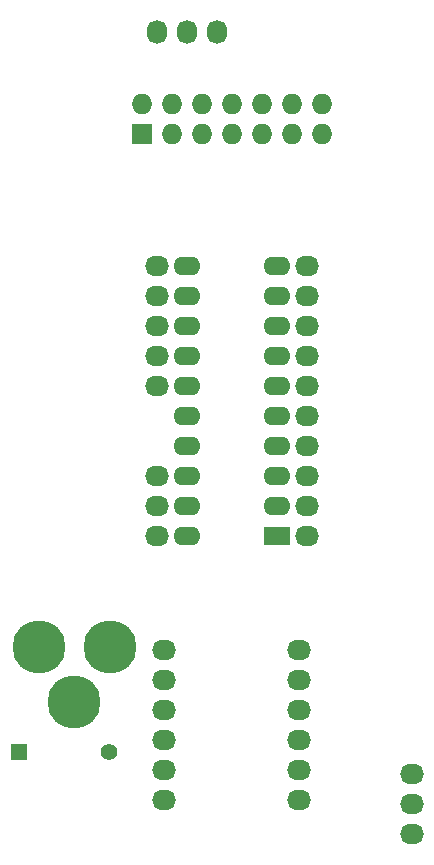
<source format=gbs>
G04 #@! TF.FileFunction,Soldermask,Bot*
%FSLAX46Y46*%
G04 Gerber Fmt 4.6, Leading zero omitted, Abs format (unit mm)*
G04 Created by KiCad (PCBNEW (2015-04-22 BZR 5620)-product) date 26/04/2015 14:37:40*
%MOMM*%
G01*
G04 APERTURE LIST*
%ADD10C,0.100000*%
%ADD11O,2.032000X1.727200*%
%ADD12R,1.397000X1.397000*%
%ADD13C,1.397000*%
%ADD14R,2.286000X1.574800*%
%ADD15O,2.286000X1.574800*%
%ADD16O,1.727200X2.032000*%
%ADD17C,4.500000*%
%ADD18R,1.727200X1.727200*%
%ADD19O,1.727200X1.727200*%
G04 APERTURE END LIST*
D10*
D11*
X202565000Y-103632000D03*
X202565000Y-106172000D03*
X202565000Y-108712000D03*
X202565000Y-111252000D03*
X202565000Y-113792000D03*
X202565000Y-116332000D03*
X213995000Y-103632000D03*
X213995000Y-106172000D03*
X213995000Y-108712000D03*
X213995000Y-111252000D03*
X213995000Y-113792000D03*
X213995000Y-116332000D03*
D12*
X190246000Y-112268000D03*
D13*
X197866000Y-112268000D03*
D14*
X212090000Y-93980000D03*
D15*
X212090000Y-91440000D03*
X212090000Y-88900000D03*
X212090000Y-86360000D03*
X212090000Y-83820000D03*
X212090000Y-81280000D03*
X212090000Y-78740000D03*
X212090000Y-76200000D03*
X212090000Y-73660000D03*
X212090000Y-71120000D03*
X204470000Y-71120000D03*
X204470000Y-73660000D03*
X204470000Y-76200000D03*
X204470000Y-78740000D03*
X204470000Y-81280000D03*
X204470000Y-83820000D03*
X204470000Y-86360000D03*
X204470000Y-88900000D03*
X204470000Y-91440000D03*
X204470000Y-93980000D03*
D11*
X201930000Y-93980000D03*
X201930000Y-91440000D03*
X201930000Y-88900000D03*
X201930000Y-81280000D03*
X201930000Y-78740000D03*
X201930000Y-76200000D03*
X201930000Y-73660000D03*
X201930000Y-71120000D03*
D16*
X201930000Y-51371500D03*
X204470000Y-51371500D03*
X207010000Y-51371500D03*
D17*
X197970140Y-103378000D03*
X191970660Y-103378000D03*
X194970400Y-108077000D03*
D11*
X223520000Y-119253000D03*
X223520000Y-116713000D03*
X223520000Y-114173000D03*
X214630000Y-93980000D03*
X214630000Y-91440000D03*
X214630000Y-88900000D03*
X214630000Y-86360000D03*
X214630000Y-83820000D03*
X214630000Y-81280000D03*
X214630000Y-78740000D03*
X214630000Y-76200000D03*
X214630000Y-73660000D03*
X214630000Y-71120000D03*
D18*
X200660000Y-59944000D03*
D19*
X200660000Y-57404000D03*
X203200000Y-59944000D03*
X203200000Y-57404000D03*
X205740000Y-59944000D03*
X205740000Y-57404000D03*
X208280000Y-59944000D03*
X208280000Y-57404000D03*
X210820000Y-59944000D03*
X210820000Y-57404000D03*
X213360000Y-59944000D03*
X213360000Y-57404000D03*
X215900000Y-59944000D03*
X215900000Y-57404000D03*
M02*

</source>
